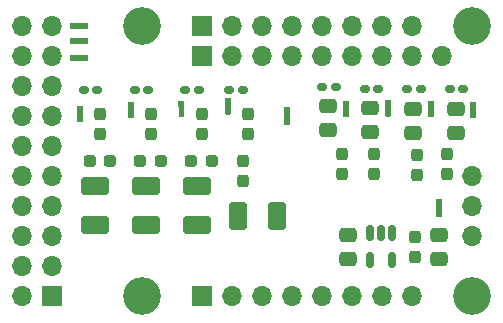
<source format=gbr>
%TF.GenerationSoftware,KiCad,Pcbnew,8.0.3*%
%TF.CreationDate,2024-06-12T16:29:16-04:00*%
%TF.ProjectId,tac5212_audio_board_single_ended,74616335-3231-4325-9f61-7564696f5f62,rev?*%
%TF.SameCoordinates,Original*%
%TF.FileFunction,Soldermask,Bot*%
%TF.FilePolarity,Negative*%
%FSLAX46Y46*%
G04 Gerber Fmt 4.6, Leading zero omitted, Abs format (unit mm)*
G04 Created by KiCad (PCBNEW 8.0.3) date 2024-06-12 16:29:16*
%MOMM*%
%LPD*%
G01*
G04 APERTURE LIST*
G04 Aperture macros list*
%AMRoundRect*
0 Rectangle with rounded corners*
0 $1 Rounding radius*
0 $2 $3 $4 $5 $6 $7 $8 $9 X,Y pos of 4 corners*
0 Add a 4 corners polygon primitive as box body*
4,1,4,$2,$3,$4,$5,$6,$7,$8,$9,$2,$3,0*
0 Add four circle primitives for the rounded corners*
1,1,$1+$1,$2,$3*
1,1,$1+$1,$4,$5*
1,1,$1+$1,$6,$7*
1,1,$1+$1,$8,$9*
0 Add four rect primitives between the rounded corners*
20,1,$1+$1,$2,$3,$4,$5,0*
20,1,$1+$1,$4,$5,$6,$7,0*
20,1,$1+$1,$6,$7,$8,$9,0*
20,1,$1+$1,$8,$9,$2,$3,0*%
G04 Aperture macros list end*
%ADD10R,1.700000X1.700000*%
%ADD11O,1.700000X1.700000*%
%ADD12C,3.200000*%
%ADD13RoundRect,0.250000X0.475000X-0.337500X0.475000X0.337500X-0.475000X0.337500X-0.475000X-0.337500X0*%
%ADD14RoundRect,0.237500X-0.237500X0.300000X-0.237500X-0.300000X0.237500X-0.300000X0.237500X0.300000X0*%
%ADD15R,0.500000X0.500000*%
%ADD16R,0.450000X0.750000*%
%ADD17RoundRect,0.160000X0.222500X0.160000X-0.222500X0.160000X-0.222500X-0.160000X0.222500X-0.160000X0*%
%ADD18RoundRect,0.237500X-0.287500X-0.237500X0.287500X-0.237500X0.287500X0.237500X-0.287500X0.237500X0*%
%ADD19RoundRect,0.237500X0.237500X-0.300000X0.237500X0.300000X-0.237500X0.300000X-0.237500X-0.300000X0*%
%ADD20R,0.508000X0.500000*%
%ADD21R,0.508000X0.508000*%
%ADD22RoundRect,0.250001X0.924999X-0.499999X0.924999X0.499999X-0.924999X0.499999X-0.924999X-0.499999X0*%
%ADD23R,0.500000X0.508000*%
%ADD24RoundRect,0.250001X-0.499999X-0.924999X0.499999X-0.924999X0.499999X0.924999X-0.499999X0.924999X0*%
%ADD25RoundRect,0.237500X0.287500X0.237500X-0.287500X0.237500X-0.287500X-0.237500X0.287500X-0.237500X0*%
%ADD26RoundRect,0.160000X-0.222500X-0.160000X0.222500X-0.160000X0.222500X0.160000X-0.222500X0.160000X0*%
%ADD27RoundRect,0.250000X-0.475000X0.337500X-0.475000X-0.337500X0.475000X-0.337500X0.475000X0.337500X0*%
%ADD28RoundRect,0.150000X-0.150000X0.512500X-0.150000X-0.512500X0.150000X-0.512500X0.150000X0.512500X0*%
%ADD29RoundRect,0.237500X-0.237500X0.287500X-0.237500X-0.287500X0.237500X-0.287500X0.237500X0.287500X0*%
%ADD30R,0.475000X0.675000*%
G04 APERTURE END LIST*
%TO.C,OP2*%
G36*
X100550000Y-107425000D02*
G01*
X100050000Y-107425000D01*
X100050000Y-106575000D01*
X100550000Y-106575000D01*
X100550000Y-107425000D01*
G37*
%TO.C,INP2*%
G36*
X121650000Y-107435000D02*
G01*
X121150000Y-107435000D01*
X121150000Y-106585000D01*
X121650000Y-106585000D01*
X121650000Y-107435000D01*
G37*
%TO.C,GND1*%
G36*
X108946000Y-107054000D02*
G01*
X109454000Y-107054000D01*
X109454000Y-107554000D01*
X108946000Y-107554000D01*
X108946000Y-107054000D01*
G37*
%TO.C,INM2*%
G36*
X125250000Y-107482500D02*
G01*
X124750000Y-107482500D01*
X124750000Y-106632500D01*
X125250000Y-106632500D01*
X125250000Y-107482500D01*
G37*
%TO.C,OM2*%
G36*
X104450000Y-107200000D02*
G01*
X103950000Y-107200000D01*
X103950000Y-106350000D01*
X104450000Y-106350000D01*
X104450000Y-107200000D01*
G37*
%TO.C,SDA1001*%
G36*
X91846000Y-102146000D02*
G01*
X91346000Y-102146000D01*
X91346000Y-102654000D01*
X91846000Y-102654000D01*
X91846000Y-102146000D01*
G37*
%TO.C,MCLK1*%
G36*
X91846000Y-99446000D02*
G01*
X91354000Y-99446000D01*
X91354000Y-99954000D01*
X91846000Y-99954000D01*
X91846000Y-99446000D01*
G37*
%TO.C,SCL1001*%
G36*
X91846000Y-100746000D02*
G01*
X91346000Y-100746000D01*
X91346000Y-101254000D01*
X91846000Y-101254000D01*
X91846000Y-100746000D01*
G37*
%TO.C,OP1*%
G36*
X96250000Y-107500000D02*
G01*
X95750000Y-107500000D01*
X95750000Y-106650000D01*
X96250000Y-106650000D01*
X96250000Y-107500000D01*
G37*
%TO.C,INM1*%
G36*
X118050000Y-107362500D02*
G01*
X117550000Y-107362500D01*
X117550000Y-106512500D01*
X118050000Y-106512500D01*
X118050000Y-107362500D01*
G37*
%TO.C,G108*%
G36*
X121846000Y-114854000D02*
G01*
X122354000Y-114854000D01*
X122354000Y-115354000D01*
X121846000Y-115354000D01*
X121846000Y-114854000D01*
G37*
%TO.C,OM1*%
G36*
X91462500Y-106475000D02*
G01*
X91937500Y-106475000D01*
X91937500Y-107350000D01*
X91462500Y-107350000D01*
X91462500Y-106475000D01*
G37*
%TO.C,INP1*%
G36*
X114450000Y-107425000D02*
G01*
X113950000Y-107425000D01*
X113950000Y-106575000D01*
X114450000Y-106575000D01*
X114450000Y-107425000D01*
G37*
%TD*%
D10*
%TO.C,board_outline1*%
X89337500Y-122600000D03*
D11*
X86797500Y-122600000D03*
X89337500Y-120060000D03*
X86797500Y-120060000D03*
X89337500Y-117520000D03*
X86797500Y-117520000D03*
X89337500Y-114980000D03*
X86797500Y-114980000D03*
X89337500Y-112440000D03*
X86797500Y-112440000D03*
X89337500Y-109900000D03*
X86797500Y-109900000D03*
X89337500Y-107360000D03*
X86797500Y-107360000D03*
X89337500Y-104820000D03*
X86797500Y-104820000D03*
X89337500Y-102280000D03*
X86797500Y-102280000D03*
X89337500Y-99740000D03*
X86797500Y-99740000D03*
D10*
X102047500Y-102285000D03*
X102047500Y-99745000D03*
D11*
X104587500Y-102285000D03*
X104587500Y-99745000D03*
X107127500Y-102285000D03*
X107127500Y-99745000D03*
X109667500Y-102285000D03*
X109667500Y-99745000D03*
X112207500Y-102285000D03*
X112207500Y-99745000D03*
X114747500Y-102285000D03*
X114747500Y-99745000D03*
X117287500Y-102285000D03*
X117287500Y-99745000D03*
X119827500Y-102285000D03*
X119827500Y-99745000D03*
D10*
X102047500Y-122605000D03*
D11*
X104587500Y-122605000D03*
X107127500Y-122605000D03*
X109667500Y-122605000D03*
X112207500Y-122605000D03*
X114747500Y-122605000D03*
X117287500Y-122605000D03*
X119827500Y-122605000D03*
X124892500Y-117525000D03*
X124892500Y-114985000D03*
X124892500Y-112445000D03*
X122352500Y-102285000D03*
D12*
X96952500Y-99745000D03*
X124892500Y-99745000D03*
X96952500Y-122605000D03*
X124892500Y-122605000D03*
%TD*%
D13*
%TO.C,T\u002AC1*%
X122134314Y-119475000D03*
X122134314Y-117400000D03*
%TD*%
D14*
%TO.C,C1011*%
X113900000Y-110537500D03*
X113900000Y-112262500D03*
%TD*%
D15*
%TO.C,OP2*%
X100300000Y-106325000D03*
D16*
X100300000Y-107100000D03*
%TD*%
D17*
%TO.C,D20*%
X104327500Y-105100000D03*
X105472500Y-105100000D03*
%TD*%
D18*
%TO.C,R17*%
X96825000Y-111100000D03*
X98575000Y-111100000D03*
%TD*%
D15*
%TO.C,INP2*%
X121400000Y-106335000D03*
D16*
X121400000Y-107110000D03*
%TD*%
D19*
%TO.C,T\u002AC2*%
X120034314Y-119300000D03*
X120034314Y-117575000D03*
%TD*%
D14*
%TO.C,C1012*%
X122800000Y-110537500D03*
X122800000Y-112262500D03*
%TD*%
D20*
%TO.C,GND1*%
X109200000Y-107804000D03*
D21*
X109200000Y-106800000D03*
%TD*%
D14*
%TO.C,C1009*%
X120200000Y-110637500D03*
X120200000Y-112362500D03*
%TD*%
D15*
%TO.C,INM2*%
X125000000Y-106382500D03*
D16*
X125000000Y-107157500D03*
%TD*%
D22*
%TO.C,C19*%
X93000000Y-116525000D03*
X93000000Y-113275000D03*
%TD*%
D13*
%TO.C,T\u002AC3*%
X114434314Y-119475000D03*
X114434314Y-117400000D03*
%TD*%
D15*
%TO.C,OM2*%
X104200000Y-106100000D03*
D16*
X104200000Y-106875000D03*
%TD*%
D23*
%TO.C,SDA1001*%
X91096000Y-102400000D03*
D21*
X92100000Y-102400000D03*
%TD*%
%TO.C,MCLK1*%
X91100000Y-99700000D03*
X92100000Y-99700000D03*
%TD*%
D24*
%TO.C,C21*%
X105100001Y-115800000D03*
X108350001Y-115800000D03*
%TD*%
D23*
%TO.C,SCL1001*%
X91096000Y-101000000D03*
D21*
X92100000Y-101000000D03*
%TD*%
D25*
%TO.C,R18*%
X94275000Y-111100000D03*
X92525000Y-111100000D03*
%TD*%
D26*
%TO.C,D1002*%
X120572500Y-105035000D03*
X119427500Y-105035000D03*
%TD*%
D27*
%TO.C,FB1003*%
X116300000Y-106625000D03*
X116300000Y-108700000D03*
%TD*%
%TO.C,FB1004*%
X112700000Y-106462500D03*
X112700000Y-108537500D03*
%TD*%
D18*
%TO.C,R19*%
X101125000Y-111100000D03*
X102875000Y-111100000D03*
%TD*%
D26*
%TO.C,D1005*%
X124172500Y-105082500D03*
X123027500Y-105082500D03*
%TD*%
D19*
%TO.C,C25*%
X105900000Y-108862500D03*
X105900000Y-107137500D03*
%TD*%
D28*
%TO.C,U2*%
X116261814Y-117277500D03*
X117211814Y-117277500D03*
X118161814Y-117277500D03*
X118161814Y-119552500D03*
X116261814Y-119552500D03*
%TD*%
D17*
%TO.C,D17*%
X96327500Y-105100000D03*
X97472500Y-105100000D03*
%TD*%
D19*
%TO.C,C22*%
X97700000Y-108862500D03*
X97700000Y-107137500D03*
%TD*%
D14*
%TO.C,C1010*%
X116600000Y-110537500D03*
X116600000Y-112262500D03*
%TD*%
D17*
%TO.C,D19*%
X100627500Y-105100000D03*
X101772500Y-105100000D03*
%TD*%
D22*
%TO.C,C18*%
X97300000Y-116525000D03*
X97300000Y-113275000D03*
%TD*%
D17*
%TO.C,D18*%
X92027500Y-105100000D03*
X93172500Y-105100000D03*
%TD*%
D19*
%TO.C,C24*%
X102000000Y-108862500D03*
X102000000Y-107137500D03*
%TD*%
D22*
%TO.C,C20*%
X101600000Y-116525000D03*
X101600000Y-113275000D03*
%TD*%
D26*
%TO.C,D1003*%
X116972500Y-105035000D03*
X115827500Y-105035000D03*
%TD*%
D15*
%TO.C,OP1*%
X96000000Y-106400000D03*
D16*
X96000000Y-107175000D03*
%TD*%
D29*
%TO.C,R20*%
X105500000Y-111125000D03*
X105500000Y-112875000D03*
%TD*%
D15*
%TO.C,INM1*%
X117800000Y-106262500D03*
D16*
X117800000Y-107037500D03*
%TD*%
D27*
%TO.C,FB1002*%
X119900000Y-106697500D03*
X119900000Y-108772500D03*
%TD*%
D20*
%TO.C,G108*%
X122100000Y-115604000D03*
D21*
X122100000Y-114600000D03*
%TD*%
D27*
%TO.C,FB1001*%
X123500000Y-106735000D03*
X123500000Y-108810000D03*
%TD*%
D26*
%TO.C,D1004*%
X113372500Y-104900000D03*
X112227500Y-104900000D03*
%TD*%
D15*
%TO.C,OM1*%
X91700000Y-107600000D03*
D30*
X91700000Y-106812500D03*
%TD*%
D19*
%TO.C,C23*%
X93400000Y-108862500D03*
X93400000Y-107137500D03*
%TD*%
D15*
%TO.C,INP1*%
X114200000Y-106325000D03*
D16*
X114200000Y-107100000D03*
%TD*%
M02*

</source>
